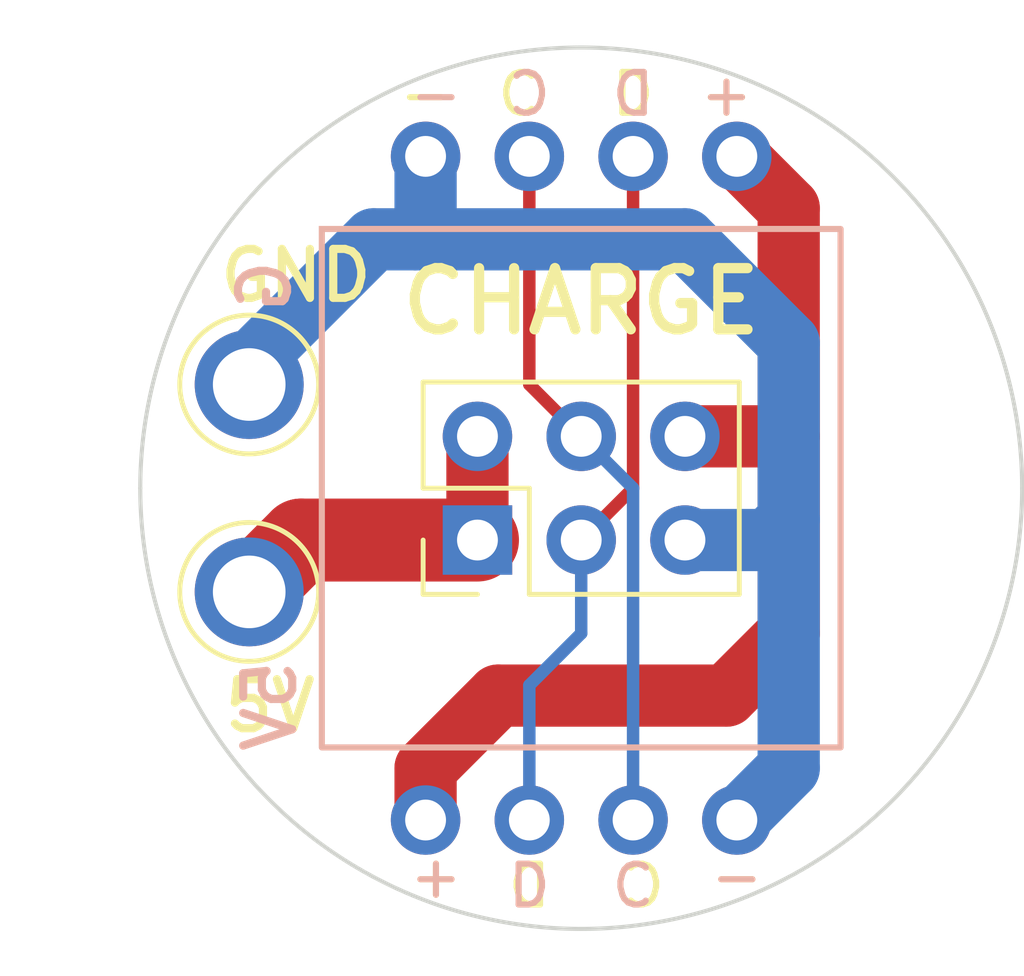
<source format=kicad_pcb>
(kicad_pcb (version 20211014) (generator pcbnew)
  (layers (0 "F.Cu" signal) (31 "B.Cu" signal) (34 "B.Paste" user) (35 "F.Paste" user) (36 "B.SilkS" user "B.Silkscreen") (37 "F.SilkS" user "F.Silkscreen") (38 "B.Mask" user) (39 "F.Mask" user) (44 "Edge.Cuts" user))
  (net 0 "")
  (net 1 "/GND")
  (net 2 "/VCC")
  (net 3 "/DAT")
  (net 4 "/CLK")
  (net 5 "/5V")
  (footprint "Connector_PinHeader_2.54mm:PinHeader_2x03_P2.54mm_Vertical" (layer "F.Cu") (at 124.46 128.27 90)
    (fp_text reference "J3" hide)
    (fp_text value "Conn_02x03_Counter_Clockwise")
    (fp_line (start -1.33 0) (end -1.33 -1.33) (layer "F.SilkS") (width 0.12))
    (fp_line (start -1.33 1.27) (end -1.33 6.41) (layer "F.SilkS") (width 0.12))
    (fp_line (start 3.87 -1.33) (end 3.87 6.41) (layer "F.SilkS") (width 0.12))
    (fp_line (start 1.27 1.27) (end 1.27 -1.33) (layer "F.SilkS") (width 0.12))
    (fp_line (start -1.33 6.41) (end 3.87 6.41) (layer "F.SilkS") (width 0.12))
    (fp_line (start -1.33 -1.33) (end 0 -1.33) (layer "F.SilkS") (width 0.12))
    (fp_line (start -1.33 1.27) (end 1.27 1.27) (layer "F.SilkS") (width 0.12))
    (fp_line (start 1.27 -1.33) (end 3.87 -1.33) (layer "F.SilkS") (width 0.12))
    (pad "1" thru_hole rect (at 0 0 90) (size 1.7 1.7) (drill 1) (layers *.Cu *.Mask) (net 5 "/5V"))
    (pad "2" thru_hole oval (at 2.54 0 90) (size 1.7 1.7) (drill 1) (layers *.Cu *.Mask) (net 5 "/5V"))
    (pad "3" thru_hole oval (at 0 2.54 90) (size 1.7 1.7) (drill 1) (layers *.Cu *.Mask) (net 3 "/DAT"))
    (pad "4" thru_hole oval (at 2.54 2.54 90) (size 1.7 1.7) (drill 1) (layers *.Cu *.Mask) (net 4 "/CLK"))
    (pad "5" thru_hole oval (at 0 5.08 90) (size 1.7 1.7) (drill 1) (layers *.Cu *.Mask) (net 1 "/GND"))
    (pad "6" thru_hole oval (at 2.54 5.08 90) (size 1.7 1.7) (drill 1) (layers *.Cu *.Mask) (net 2 "/VCC"))
  )
  (footprint "TestPoint:TestPoint_Plated_Hole_D2.0mm" (layer "F.Cu") (at 118.872 129.54)
    (fp_text reference "J2" hide)
    (fp_text value "Wire solder pad")
    (fp_circle (center 0 0) (end 0 -1.7) (layer "F.SilkS") (width 0.12) (fill none))
    (pad "1" thru_hole circle (at 0 0) (size 2.667 2.667) (drill 1.778) (layers *.Cu *.Mask) (net 5 "/5V"))
  )
  (footprint "TestPoint:TestPoint_Plated_Hole_D2.0mm" (layer "F.Cu") (at 118.872 124.46)
    (fp_text reference "J1" hide)
    (fp_text value "Wire solder pad")
    (fp_circle (center 0 0) (end 0 -1.7) (layer "F.SilkS") (width 0.12) (fill none))
    (pad "1" thru_hole circle (at 0 0) (size 2.667 2.667) (drill 1.778) (layers *.Cu *.Mask) (net 1 "/GND"))
  )
  (footprint "Shurik:connector-4p-generic-nosilk" (layer "F.Cu") (at 123.19 135.128 90)
    (fp_text reference "J5" hide)
    (fp_text value "LED conn")
    (pad "1" thru_hole circle (at 0 0 90) (size 1.7 1.7) (drill 1) (layers *.Cu *.Mask) (net 2 "/VCC"))
    (pad "2" thru_hole oval (at 0 2.54 90) (size 1.7 1.7) (drill 1) (layers *.Cu *.Mask) (net 3 "/DAT"))
    (pad "3" thru_hole oval (at 0 5.08 90) (size 1.7 1.7) (drill 1) (layers *.Cu *.Mask) (net 4 "/CLK"))
    (pad "4" thru_hole oval (at 0 7.62 90) (size 1.7 1.7) (drill 1) (layers *.Cu *.Mask) (net 1 "/GND"))
  )
  (footprint "Shurik:connector-4p-generic-nosilk" (layer "F.Cu") (at 130.81 118.872 -90)
    (fp_text reference "J4" hide)
    (fp_text value "LED conn")
    (pad "1" thru_hole circle (at 0 0 270) (size 1.7 1.7) (drill 1) (layers *.Cu *.Mask) (net 2 "/VCC"))
    (pad "2" thru_hole oval (at 0 2.54 270) (size 1.7 1.7) (drill 1) (layers *.Cu *.Mask) (net 3 "/DAT"))
    (pad "3" thru_hole oval (at 0 5.08 270) (size 1.7 1.7) (drill 1) (layers *.Cu *.Mask) (net 4 "/CLK"))
    (pad "4" thru_hole oval (at 0 7.62 270) (size 1.7 1.7) (drill 1) (layers *.Cu *.Mask) (net 1 "/GND"))
  )
  (gr_rect (start 120.65 120.65) (end 133.35 133.35) (layer "B.SilkS") (width 0.15) (fill none))
  (gr_arc (start 137.795 127) (mid 127 137.795) (end 116.205 127) (layer "Edge.Cuts") (width 0.1))
  (gr_arc (start 116.205 127) (mid 127 116.205) (end 137.795 127) (layer "Edge.Cuts") (width 0.1))
  (gr_text "C" (at 125.73 117.348) (layer "B.SilkS") (effects (font (size 1 1)) (justify mirror)))
  (gr_text "+" (at 123.444 136.652 180) (layer "B.SilkS") (effects (font (size 1 1)) (justify mirror)))
  (gr_text "+" (at 130.556 117.348) (layer "B.SilkS") (effects (font (size 1 1)) (justify mirror)))
  (gr_text "-" (at 123.444 117.348) (layer "B.SilkS") (effects (font (size 1 1)) (justify mirror)))
  (gr_text "D" (at 128.27 117.348) (layer "B.SilkS") (effects (font (size 1 1)) (justify mirror)))
  (gr_text "5V" (at 119.38 132.334 90) (layer "B.SilkS") (effects (font (size 1.2 1.2) (thickness 0.2)) (justify mirror)))
  (gr_text "C" (at 128.27 136.652 180) (layer "B.SilkS") (effects (font (size 1 1)) (justify mirror)))
  (gr_text "G" (at 119.253 122.047 90) (layer "B.SilkS") (effects (font (size 1.2 1.2) (thickness 0.2)) (justify mirror)))
  (gr_text "-" (at 130.81 136.652 180) (layer "B.SilkS") (effects (font (size 1 1)) (justify mirror)))
  (gr_text "D" (at 125.73 136.652 180) (layer "B.SilkS") (effects (font (size 1 1)) (justify mirror)))
  (gr_text "-" (at 123.19 117.348) (layer "F.SilkS") (effects (font (size 1 1))))
  (gr_text "-" (at 130.81 136.652 -180) (layer "F.SilkS") (effects (font (size 1 1))))
  (gr_text "CHARGE" (at 127 122.428) (layer "F.SilkS") (effects (font (size 1.5 1.5) (thickness 0.25))))
  (gr_text "+" (at 130.556 117.348) (layer "F.SilkS") (effects (font (size 1 1))))
  (gr_text "D" (at 128.27 117.348) (layer "F.SilkS") (effects (font (size 1 1))))
  (gr_text "GND" (at 120.015 121.793) (layer "F.SilkS") (effects (font (size 1.2 1.2) (thickness 0.2))))
  (gr_text "C" (at 128.524 136.652 -180) (layer "F.SilkS") (effects (font (size 1 1))))
  (gr_text "C" (at 125.476 117.348) (layer "F.SilkS") (effects (font (size 1 1))))
  (gr_text "5V" (at 119.38 132.334) (layer "F.SilkS") (effects (font (size 1.2 1.2) (thickness 0.2))))
  (gr_text "+" (at 123.444 136.652 -180) (layer "F.SilkS") (effects (font (size 1 1))))
  (gr_text "D" (at 125.73 136.652 -180) (layer "F.SilkS") (effects (font (size 1 1))))
  (segment (start 129.54 128.27) (end 131.572 128.27) (width 1.524) (layer "B.Cu") (net 1))
  (segment (start 132.08 123.444) (end 132.08 127.762) (width 1.524) (layer "B.Cu") (net 1))
  (segment (start 118.872 123.952) (end 121.92 120.904) (width 1.524) (layer "B.Cu") (net 1))
  (segment (start 132.08 133.858) (end 130.81 135.128) (width 1.524) (layer "B.Cu") (net 1))
  (segment (start 122.936 120.904) (end 129.54 120.904) (width 1.524) (layer "B.Cu") (net 1))
  (segment (start 129.54 120.904) (end 132.08 123.444) (width 1.524) (layer "B.Cu") (net 1))
  (segment (start 131.572 128.27) (end 132.08 127.762) (width 1.524) (layer "B.Cu") (net 1))
  (segment (start 132.08 127.762) (end 132.08 133.858) (width 1.524) (layer "B.Cu") (net 1))
  (segment (start 123.19 118.872) (end 123.19 120.65) (width 1.524) (layer "B.Cu") (net 1))
  (segment (start 118.872 124.46) (end 118.872 123.952) (width 1.524) (layer "B.Cu") (net 1))
  (segment (start 121.92 120.904) (end 122.936 120.904) (width 1.524) (layer "B.Cu") (net 1))
  (segment (start 123.19 120.65) (end 122.936 120.904) (width 1.524) (layer "B.Cu") (net 1))
  (segment (start 132.08 125.73) (end 132.08 120.142) (width 1.524) (layer "F.Cu") (net 2))
  (segment (start 130.556 132.08) (end 132.08 130.556) (width 1.524) (layer "F.Cu") (net 2))
  (segment (start 123.19 135.128) (end 123.19 133.858) (width 1.524) (layer "F.Cu") (net 2))
  (segment (start 129.54 125.73) (end 132.08 125.73) (width 1.524) (layer "F.Cu") (net 2))
  (segment (start 123.19 133.858) (end 124.968 132.08) (width 1.524) (layer "F.Cu") (net 2))
  (segment (start 124.968 132.08) (end 130.556 132.08) (width 1.524) (layer "F.Cu") (net 2))
  (segment (start 132.08 130.556) (end 132.08 125.73) (width 1.524) (layer "F.Cu") (net 2))
  (segment (start 132.08 120.142) (end 130.81 118.872) (width 1.524) (layer "F.Cu") (net 2))
  (segment (start 128.27 118.872) (end 128.27 127) (width 0.3048) (layer "F.Cu") (net 3))
  (segment (start 128.27 127) (end 127 128.27) (width 0.3048) (layer "F.Cu") (net 3))
  (segment (start 127 130.556) (end 125.73 131.826) (width 0.3048) (layer "B.Cu") (net 3))
  (segment (start 127 128.27) (end 127 130.556) (width 0.3048) (layer "B.Cu") (net 3))
  (segment (start 125.73 131.826) (end 125.73 135.128) (width 0.3048) (layer "B.Cu") (net 3))
  (segment (start 125.73 118.872) (end 125.73 124.46) (width 0.3048) (layer "F.Cu") (net 4))
  (segment (start 125.73 124.46) (end 127 125.73) (width 0.3048) (layer "F.Cu") (net 4))
  (segment (start 128.27 127) (end 128.27 135.128) (width 0.3048) (layer "B.Cu") (net 4))
  (segment (start 127 125.73) (end 128.27 127) (width 0.3048) (layer "B.Cu") (net 4))
  (segment (start 124.46 125.73) (end 124.46 128.27) (width 1.524) (layer "F.Cu") (net 5))
  (segment (start 120.142 128.27) (end 118.872 129.54) (width 2.032) (layer "F.Cu") (net 5))
  (segment (start 124.46 128.27) (end 120.142 128.27) (width 2.032) (layer "F.Cu") (net 5))
)
</source>
